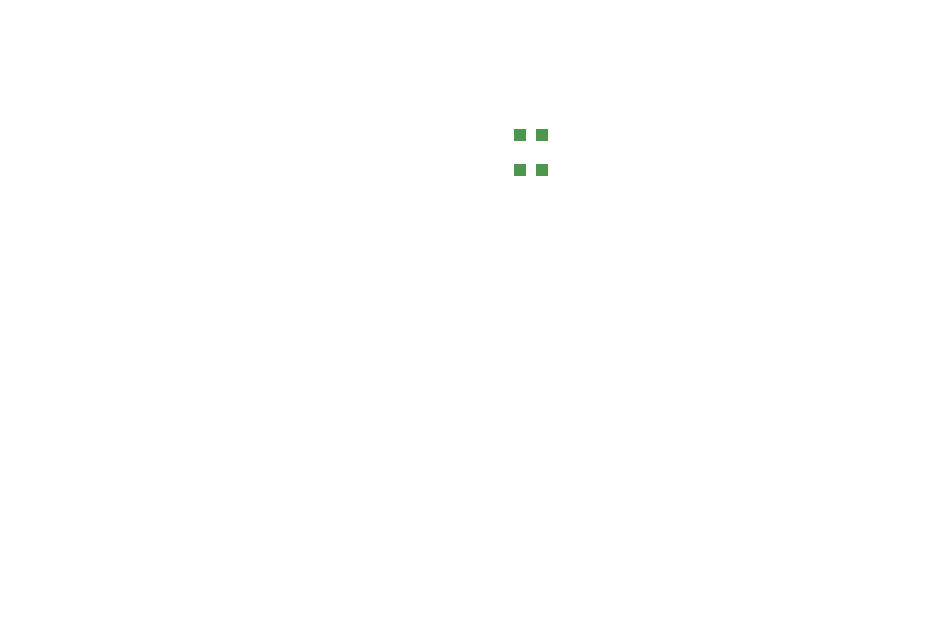
<source format=gtp>
G75*
%MOIN*%
%OFA0B0*%
%FSLAX25Y25*%
%IPPOS*%
%LPD*%
%AMOC8*
5,1,8,0,0,1.08239X$1,22.5*
%
%ADD10C,0.00000*%
%ADD11R,0.03937X0.03937*%
D10*
G36*
X0109519Y0079411D02*
X0109519Y0079411D01*
X0107945Y0079411D01*
X0107945Y0079411D01*
X0109519Y0079411D01*
G37*
G36*
X0109519Y0086892D02*
X0109519Y0086892D01*
X0107945Y0086892D01*
X0107945Y0086892D01*
X0109519Y0086892D01*
G37*
G36*
X0100858Y0083152D02*
X0100858Y0083152D01*
X0099284Y0083152D01*
X0099284Y0083152D01*
X0100858Y0083152D01*
G37*
G36*
X0090957Y0082818D02*
X0090957Y0082818D01*
X0090957Y0083604D01*
X0090957Y0083604D01*
X0090957Y0082818D01*
G37*
G36*
X0083476Y0082818D02*
X0083476Y0082818D01*
X0083476Y0083604D01*
X0083476Y0083604D01*
X0083476Y0082818D01*
G37*
G36*
X0083476Y0091203D02*
X0083476Y0091203D01*
X0083476Y0091989D01*
X0083476Y0091989D01*
X0083476Y0091203D01*
G37*
G36*
X0090957Y0091203D02*
X0090957Y0091203D01*
X0090957Y0091989D01*
X0090957Y0091989D01*
X0090957Y0091203D01*
G37*
G36*
X0098418Y0097187D02*
X0098418Y0097187D01*
X0100386Y0097187D01*
X0100386Y0097187D01*
X0098418Y0097187D01*
G37*
G36*
X0098418Y0102187D02*
X0098418Y0102187D01*
X0100386Y0102187D01*
X0100386Y0102187D01*
X0098418Y0102187D01*
G37*
G36*
X0098418Y0107187D02*
X0098418Y0107187D01*
X0100386Y0107187D01*
X0100386Y0107187D01*
X0098418Y0107187D01*
G37*
G36*
X0090996Y0100395D02*
X0090996Y0100395D01*
X0090996Y0099609D01*
X0090996Y0099609D01*
X0090996Y0100395D01*
G37*
G36*
X0083516Y0100395D02*
X0083516Y0100395D01*
X0083516Y0099609D01*
X0083516Y0099609D01*
X0083516Y0100395D01*
G37*
G36*
X0131882Y0102187D02*
X0131882Y0102187D01*
X0133850Y0102187D01*
X0133850Y0102187D01*
X0131882Y0102187D01*
G37*
G36*
X0131882Y0097187D02*
X0131882Y0097187D01*
X0133850Y0097187D01*
X0133850Y0097187D01*
X0131882Y0097187D01*
G37*
G36*
X0145505Y0098329D02*
X0145505Y0098329D01*
X0146291Y0098329D01*
X0146291Y0098329D01*
X0145505Y0098329D01*
G37*
G36*
X0145505Y0105809D02*
X0145505Y0105809D01*
X0146291Y0105809D01*
X0146291Y0105809D01*
X0145505Y0105809D01*
G37*
G36*
X0131882Y0107187D02*
X0131882Y0107187D01*
X0133850Y0107187D01*
X0133850Y0107187D01*
X0131882Y0107187D01*
G37*
G36*
X0163772Y0118998D02*
X0163772Y0118998D01*
X0166134Y0118998D01*
X0166134Y0118998D01*
X0163772Y0118998D01*
G37*
G36*
X0163772Y0128998D02*
X0163772Y0128998D01*
X0166134Y0128998D01*
X0166134Y0128998D01*
X0163772Y0128998D01*
G37*
G36*
X0163772Y0138998D02*
X0163772Y0138998D01*
X0166134Y0138998D01*
X0166134Y0138998D01*
X0163772Y0138998D01*
G37*
G36*
X0163772Y0148998D02*
X0163772Y0148998D01*
X0166134Y0148998D01*
X0166134Y0148998D01*
X0163772Y0148998D01*
G37*
G36*
X0206134Y0148998D02*
X0206134Y0148998D01*
X0203772Y0148998D01*
X0203772Y0148998D01*
X0206134Y0148998D01*
G37*
G36*
X0206134Y0138998D02*
X0206134Y0138998D01*
X0203772Y0138998D01*
X0203772Y0138998D01*
X0206134Y0138998D01*
G37*
G36*
X0206134Y0128998D02*
X0206134Y0128998D01*
X0203772Y0128998D01*
X0203772Y0128998D01*
X0206134Y0128998D01*
G37*
G36*
X0206134Y0118998D02*
X0206134Y0118998D01*
X0203772Y0118998D01*
X0203772Y0118998D01*
X0206134Y0118998D01*
G37*
G36*
X0186075Y0086558D02*
X0186075Y0086558D01*
X0186075Y0087344D01*
X0186075Y0087344D01*
X0186075Y0086558D01*
G37*
G36*
X0178594Y0086558D02*
X0178594Y0086558D01*
X0178594Y0087344D01*
X0178594Y0087344D01*
X0178594Y0086558D01*
G37*
G36*
X0178614Y0076302D02*
X0178614Y0076302D01*
X0178614Y0077088D01*
X0178614Y0077088D01*
X0178614Y0076302D01*
G37*
G36*
X0186094Y0076302D02*
X0186094Y0076302D01*
X0186094Y0077088D01*
X0186094Y0077088D01*
X0186094Y0076302D01*
G37*
G36*
X0202787Y0076085D02*
X0202787Y0076085D01*
X0202787Y0076871D01*
X0202787Y0076871D01*
X0202787Y0076085D01*
G37*
G36*
X0210268Y0076085D02*
X0210268Y0076085D01*
X0210268Y0076871D01*
X0210268Y0076871D01*
X0210268Y0076085D01*
G37*
G36*
X0359480Y0072542D02*
X0359480Y0072542D01*
X0359480Y0073328D01*
X0359480Y0073328D01*
X0359480Y0072542D01*
G37*
G36*
X0366961Y0072542D02*
X0366961Y0072542D01*
X0366961Y0073328D01*
X0366961Y0073328D01*
X0366961Y0072542D01*
G37*
G36*
X0377157Y0069254D02*
X0377157Y0069254D01*
X0376371Y0069254D01*
X0376371Y0069254D01*
X0377157Y0069254D01*
G37*
G36*
X0376450Y0060927D02*
X0376450Y0060927D01*
X0377236Y0060927D01*
X0377236Y0060927D01*
X0376450Y0060927D01*
G37*
G36*
X0366961Y0057580D02*
X0366961Y0057580D01*
X0366961Y0056794D01*
X0366961Y0056794D01*
X0366961Y0057580D01*
G37*
G36*
X0359480Y0057580D02*
X0359480Y0057580D01*
X0359480Y0056794D01*
X0359480Y0056794D01*
X0359480Y0057580D01*
G37*
G36*
X0376450Y0053447D02*
X0376450Y0053447D01*
X0377236Y0053447D01*
X0377236Y0053447D01*
X0376450Y0053447D01*
G37*
G36*
X0377157Y0076734D02*
X0377157Y0076734D01*
X0376371Y0076734D01*
X0376371Y0076734D01*
X0377157Y0076734D01*
G37*
G36*
X0376056Y0113998D02*
X0376056Y0113998D01*
X0376842Y0113998D01*
X0376842Y0113998D01*
X0376056Y0113998D01*
G37*
G36*
X0376056Y0121478D02*
X0376056Y0121478D01*
X0376842Y0121478D01*
X0376842Y0121478D01*
X0376056Y0121478D01*
G37*
G36*
X0366961Y0118604D02*
X0366961Y0118604D01*
X0366961Y0117818D01*
X0366961Y0117818D01*
X0366961Y0118604D01*
G37*
G36*
X0359480Y0118604D02*
X0359480Y0118604D01*
X0359480Y0117818D01*
X0359480Y0117818D01*
X0359480Y0118604D01*
G37*
G36*
X0377157Y0130219D02*
X0377157Y0130219D01*
X0376371Y0130219D01*
X0376371Y0130219D01*
X0377157Y0130219D01*
G37*
G36*
X0366961Y0133566D02*
X0366961Y0133566D01*
X0366961Y0134352D01*
X0366961Y0134352D01*
X0366961Y0133566D01*
G37*
G36*
X0359480Y0133566D02*
X0359480Y0133566D01*
X0359480Y0134352D01*
X0359480Y0134352D01*
X0359480Y0133566D01*
G37*
G36*
X0377157Y0137699D02*
X0377157Y0137699D01*
X0376371Y0137699D01*
X0376371Y0137699D01*
X0377157Y0137699D01*
G37*
G36*
X0376056Y0173604D02*
X0376056Y0173604D01*
X0376842Y0173604D01*
X0376842Y0173604D01*
X0376056Y0173604D01*
G37*
G36*
X0376056Y0181085D02*
X0376056Y0181085D01*
X0376842Y0181085D01*
X0376842Y0181085D01*
X0376056Y0181085D01*
G37*
G36*
X0366961Y0177659D02*
X0366961Y0177659D01*
X0366961Y0176873D01*
X0366961Y0176873D01*
X0366961Y0177659D01*
G37*
G36*
X0359480Y0177659D02*
X0359480Y0177659D01*
X0359480Y0176873D01*
X0359480Y0176873D01*
X0359480Y0177659D01*
G37*
G36*
X0376960Y0190041D02*
X0376960Y0190041D01*
X0376174Y0190041D01*
X0376174Y0190041D01*
X0376960Y0190041D01*
G37*
G36*
X0376960Y0197522D02*
X0376960Y0197522D01*
X0376174Y0197522D01*
X0376174Y0197522D01*
X0376960Y0197522D01*
G37*
G36*
X0366961Y0193408D02*
X0366961Y0193408D01*
X0366961Y0194194D01*
X0366961Y0194194D01*
X0366961Y0193408D01*
G37*
G36*
X0359480Y0193408D02*
X0359480Y0193408D01*
X0359480Y0194194D01*
X0359480Y0194194D01*
X0359480Y0193408D01*
G37*
G36*
X0376450Y0234431D02*
X0376450Y0234431D01*
X0377236Y0234431D01*
X0377236Y0234431D01*
X0376450Y0234431D01*
G37*
G36*
X0366961Y0238682D02*
X0366961Y0238682D01*
X0366961Y0237896D01*
X0366961Y0237896D01*
X0366961Y0238682D01*
G37*
G36*
X0359480Y0238682D02*
X0359480Y0238682D01*
X0359480Y0237896D01*
X0359480Y0237896D01*
X0359480Y0238682D01*
G37*
G36*
X0376450Y0241911D02*
X0376450Y0241911D01*
X0377236Y0241911D01*
X0377236Y0241911D01*
X0376450Y0241911D01*
G37*
G36*
X0377157Y0250081D02*
X0377157Y0250081D01*
X0376371Y0250081D01*
X0376371Y0250081D01*
X0377157Y0250081D01*
G37*
G36*
X0377157Y0257561D02*
X0377157Y0257561D01*
X0376371Y0257561D01*
X0376371Y0257561D01*
X0377157Y0257561D01*
G37*
G36*
X0366961Y0253251D02*
X0366961Y0253251D01*
X0366961Y0254037D01*
X0366961Y0254037D01*
X0366961Y0253251D01*
G37*
G36*
X0359480Y0253251D02*
X0359480Y0253251D01*
X0359480Y0254037D01*
X0359480Y0254037D01*
X0359480Y0253251D01*
G37*
G36*
X0261705Y0225622D02*
X0261705Y0225622D01*
X0266625Y0225622D01*
X0266625Y0225622D01*
X0261705Y0225622D01*
G37*
G36*
X0261705Y0223122D02*
X0261705Y0223122D01*
X0266625Y0223122D01*
X0266625Y0223122D01*
X0261705Y0223122D01*
G37*
G36*
X0261705Y0220622D02*
X0261705Y0220622D01*
X0266625Y0220622D01*
X0266625Y0220622D01*
X0261705Y0220622D01*
G37*
G36*
X0261705Y0218122D02*
X0261705Y0218122D01*
X0266625Y0218122D01*
X0266625Y0218122D01*
X0261705Y0218122D01*
G37*
G36*
X0261705Y0215622D02*
X0261705Y0215622D01*
X0266625Y0215622D01*
X0266625Y0215622D01*
X0261705Y0215622D01*
G37*
G36*
X0261705Y0213122D02*
X0261705Y0213122D01*
X0266625Y0213122D01*
X0266625Y0213122D01*
X0261705Y0213122D01*
G37*
G36*
X0261705Y0210622D02*
X0261705Y0210622D01*
X0266625Y0210622D01*
X0266625Y0210622D01*
X0261705Y0210622D01*
G37*
G36*
X0261705Y0208122D02*
X0261705Y0208122D01*
X0266625Y0208122D01*
X0266625Y0208122D01*
X0261705Y0208122D01*
G37*
G36*
X0261705Y0205622D02*
X0261705Y0205622D01*
X0266625Y0205622D01*
X0266625Y0205622D01*
X0261705Y0205622D01*
G37*
G36*
X0261705Y0203122D02*
X0261705Y0203122D01*
X0266625Y0203122D01*
X0266625Y0203122D01*
X0261705Y0203122D01*
G37*
G36*
X0261705Y0200622D02*
X0261705Y0200622D01*
X0266625Y0200622D01*
X0266625Y0200622D01*
X0261705Y0200622D01*
G37*
G36*
X0261705Y0198122D02*
X0261705Y0198122D01*
X0266625Y0198122D01*
X0266625Y0198122D01*
X0261705Y0198122D01*
G37*
G36*
X0257885Y0192344D02*
X0257885Y0192344D01*
X0257099Y0192344D01*
X0257099Y0192344D01*
X0257885Y0192344D01*
G37*
G36*
X0257885Y0184864D02*
X0257885Y0184864D01*
X0257099Y0184864D01*
X0257099Y0184864D01*
X0257885Y0184864D01*
G37*
G36*
X0239658Y0198122D02*
X0239658Y0198122D01*
X0244578Y0198122D01*
X0244578Y0198122D01*
X0239658Y0198122D01*
G37*
G36*
X0239658Y0200622D02*
X0239658Y0200622D01*
X0244578Y0200622D01*
X0244578Y0200622D01*
X0239658Y0200622D01*
G37*
G36*
X0239658Y0203122D02*
X0239658Y0203122D01*
X0244578Y0203122D01*
X0244578Y0203122D01*
X0239658Y0203122D01*
G37*
G36*
X0239658Y0205622D02*
X0239658Y0205622D01*
X0244578Y0205622D01*
X0244578Y0205622D01*
X0239658Y0205622D01*
G37*
G36*
X0239658Y0208122D02*
X0239658Y0208122D01*
X0244578Y0208122D01*
X0244578Y0208122D01*
X0239658Y0208122D01*
G37*
G36*
X0239658Y0210622D02*
X0239658Y0210622D01*
X0244578Y0210622D01*
X0244578Y0210622D01*
X0239658Y0210622D01*
G37*
G36*
X0239658Y0213122D02*
X0239658Y0213122D01*
X0244578Y0213122D01*
X0244578Y0213122D01*
X0239658Y0213122D01*
G37*
G36*
X0239658Y0215622D02*
X0239658Y0215622D01*
X0244578Y0215622D01*
X0244578Y0215622D01*
X0239658Y0215622D01*
G37*
G36*
X0239658Y0218122D02*
X0239658Y0218122D01*
X0244578Y0218122D01*
X0244578Y0218122D01*
X0239658Y0218122D01*
G37*
G36*
X0239658Y0220622D02*
X0239658Y0220622D01*
X0244578Y0220622D01*
X0244578Y0220622D01*
X0239658Y0220622D01*
G37*
G36*
X0239658Y0223122D02*
X0239658Y0223122D01*
X0244578Y0223122D01*
X0244578Y0223122D01*
X0239658Y0223122D01*
G37*
G36*
X0239658Y0225622D02*
X0239658Y0225622D01*
X0244578Y0225622D01*
X0244578Y0225622D01*
X0239658Y0225622D01*
G37*
G36*
X0253142Y0219746D02*
X0253142Y0219746D01*
X0253142Y0203998D01*
X0253142Y0203998D01*
X0253142Y0219746D01*
G37*
G36*
X0228751Y0205888D02*
X0228751Y0205888D01*
X0227965Y0205888D01*
X0227965Y0205888D01*
X0228751Y0205888D01*
G37*
G36*
X0228751Y0198407D02*
X0228751Y0198407D01*
X0227965Y0198407D01*
X0227965Y0198407D01*
X0228751Y0198407D01*
G37*
G36*
X0220877Y0196360D02*
X0220877Y0196360D01*
X0220091Y0196360D01*
X0220091Y0196360D01*
X0220877Y0196360D01*
G37*
G36*
X0220877Y0203211D02*
X0220877Y0203211D01*
X0220091Y0203211D01*
X0220091Y0203211D01*
X0220877Y0203211D01*
G37*
G36*
X0220877Y0210691D02*
X0220877Y0210691D01*
X0220091Y0210691D01*
X0220091Y0210691D01*
X0220877Y0210691D01*
G37*
G36*
X0199284Y0221813D02*
X0199284Y0221813D01*
X0200070Y0221813D01*
X0200070Y0221813D01*
X0199284Y0221813D01*
G37*
G36*
X0192708Y0221911D02*
X0192708Y0221911D01*
X0187000Y0221911D01*
X0187000Y0221911D01*
X0192708Y0221911D01*
G37*
G36*
X0192708Y0219352D02*
X0192708Y0219352D01*
X0187000Y0219352D01*
X0187000Y0219352D01*
X0192708Y0219352D01*
G37*
G36*
X0192708Y0216793D02*
X0192708Y0216793D01*
X0187000Y0216793D01*
X0187000Y0216793D01*
X0192708Y0216793D01*
G37*
G36*
X0192708Y0214234D02*
X0192708Y0214234D01*
X0187000Y0214234D01*
X0187000Y0214234D01*
X0192708Y0214234D01*
G37*
G36*
X0192708Y0211675D02*
X0192708Y0211675D01*
X0187000Y0211675D01*
X0187000Y0211675D01*
X0192708Y0211675D01*
G37*
G36*
X0192708Y0209116D02*
X0192708Y0209116D01*
X0187000Y0209116D01*
X0187000Y0209116D01*
X0192708Y0209116D01*
G37*
G36*
X0192708Y0206557D02*
X0192708Y0206557D01*
X0187000Y0206557D01*
X0187000Y0206557D01*
X0192708Y0206557D01*
G37*
G36*
X0192708Y0203998D02*
X0192708Y0203998D01*
X0187000Y0203998D01*
X0187000Y0203998D01*
X0192708Y0203998D01*
G37*
G36*
X0192708Y0201439D02*
X0192708Y0201439D01*
X0187000Y0201439D01*
X0187000Y0201439D01*
X0192708Y0201439D01*
G37*
G36*
X0192708Y0198880D02*
X0192708Y0198880D01*
X0187000Y0198880D01*
X0187000Y0198880D01*
X0192708Y0198880D01*
G37*
G36*
X0220877Y0188880D02*
X0220877Y0188880D01*
X0220091Y0188880D01*
X0220091Y0188880D01*
X0220877Y0188880D01*
G37*
G36*
X0228005Y0191793D02*
X0228005Y0191793D01*
X0228791Y0191793D01*
X0228791Y0191793D01*
X0228005Y0191793D01*
G37*
G36*
X0228005Y0184313D02*
X0228005Y0184313D01*
X0228791Y0184313D01*
X0228791Y0184313D01*
X0228005Y0184313D01*
G37*
G36*
X0164952Y0198880D02*
X0164952Y0198880D01*
X0159244Y0198880D01*
X0159244Y0198880D01*
X0164952Y0198880D01*
G37*
G36*
X0164952Y0201439D02*
X0164952Y0201439D01*
X0159244Y0201439D01*
X0159244Y0201439D01*
X0164952Y0201439D01*
G37*
G36*
X0164952Y0203998D02*
X0164952Y0203998D01*
X0159244Y0203998D01*
X0159244Y0203998D01*
X0164952Y0203998D01*
G37*
G36*
X0164952Y0206557D02*
X0164952Y0206557D01*
X0159244Y0206557D01*
X0159244Y0206557D01*
X0164952Y0206557D01*
G37*
G36*
X0164952Y0209116D02*
X0164952Y0209116D01*
X0159244Y0209116D01*
X0159244Y0209116D01*
X0164952Y0209116D01*
G37*
G36*
X0164952Y0211675D02*
X0164952Y0211675D01*
X0159244Y0211675D01*
X0159244Y0211675D01*
X0164952Y0211675D01*
G37*
G36*
X0164952Y0214234D02*
X0164952Y0214234D01*
X0159244Y0214234D01*
X0159244Y0214234D01*
X0164952Y0214234D01*
G37*
G36*
X0164952Y0216793D02*
X0164952Y0216793D01*
X0159244Y0216793D01*
X0159244Y0216793D01*
X0164952Y0216793D01*
G37*
G36*
X0164952Y0219352D02*
X0164952Y0219352D01*
X0159244Y0219352D01*
X0159244Y0219352D01*
X0164952Y0219352D01*
G37*
G36*
X0164952Y0221911D02*
X0164952Y0221911D01*
X0159244Y0221911D01*
X0159244Y0221911D01*
X0164952Y0221911D01*
G37*
G36*
X0153141Y0219254D02*
X0153141Y0219254D01*
X0152355Y0219254D01*
X0152355Y0219254D01*
X0153141Y0219254D01*
G37*
G36*
X0153141Y0226734D02*
X0153141Y0226734D01*
X0152355Y0226734D01*
X0152355Y0226734D01*
X0153141Y0226734D01*
G37*
G36*
X0125228Y0214668D02*
X0125228Y0214668D01*
X0125228Y0215454D01*
X0125228Y0215454D01*
X0125228Y0214668D01*
G37*
G36*
X0117748Y0214668D02*
X0117748Y0214668D01*
X0117748Y0215454D01*
X0117748Y0215454D01*
X0117748Y0214668D01*
G37*
G36*
X0117748Y0202070D02*
X0117748Y0202070D01*
X0117748Y0202856D01*
X0117748Y0202856D01*
X0117748Y0202070D01*
G37*
G36*
X0125228Y0202070D02*
X0125228Y0202070D01*
X0125228Y0202856D01*
X0125228Y0202856D01*
X0125228Y0202070D01*
G37*
G36*
X0199284Y0229293D02*
X0199284Y0229293D01*
X0200070Y0229293D01*
X0200070Y0229293D01*
X0199284Y0229293D01*
G37*
D11*
X0249598Y0217778D03*
X0256685Y0217778D03*
X0256685Y0205967D03*
X0249598Y0205967D03*
M02*

</source>
